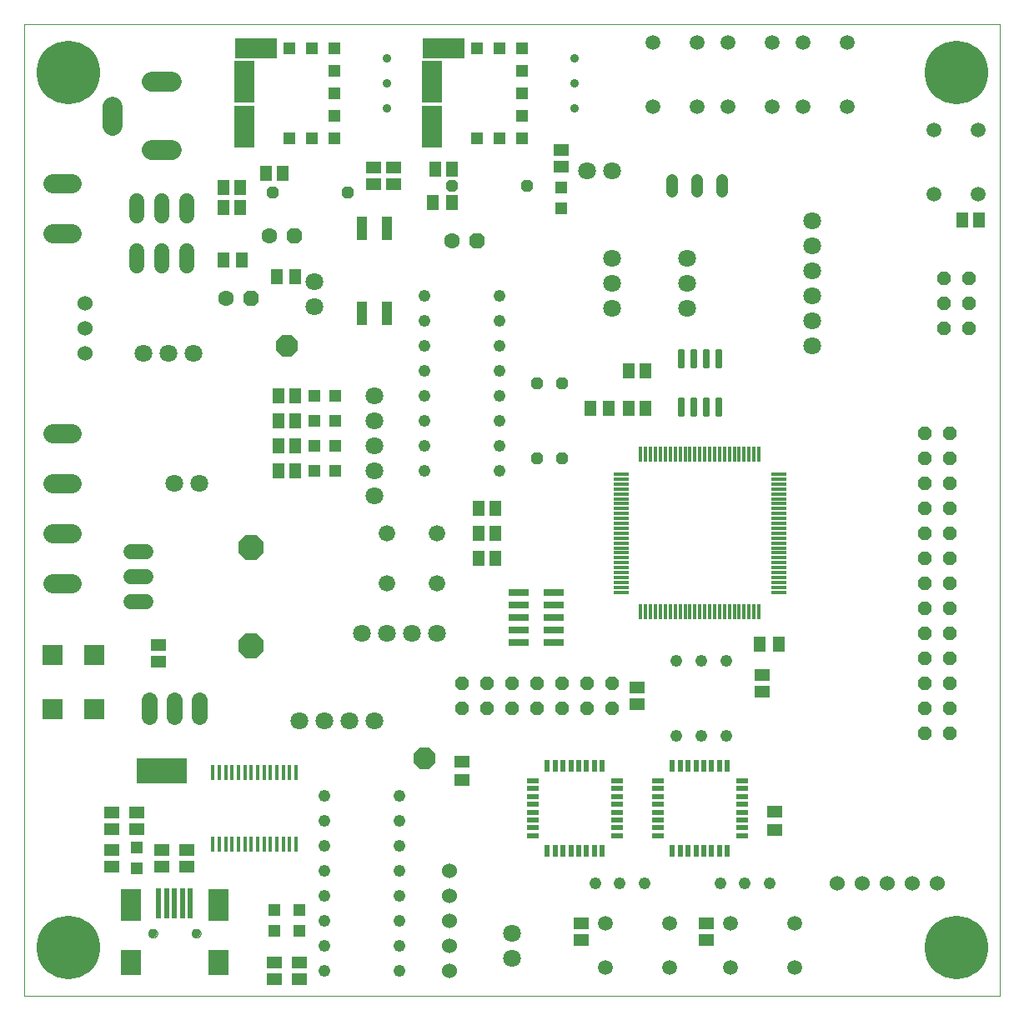
<source format=gts>
G04 EAGLE Gerber X2 export*
%TF.Part,Single*%
%TF.FileFunction,Other,Solder Mask top*%
%TF.FilePolarity,Positive*%
%TF.GenerationSoftware,Autodesk,EAGLE,9.1.1*%
%TF.CreationDate,2018-08-10T13:45:34Z*%
G75*
%MOMM*%
%FSLAX34Y34*%
%LPD*%
%AMOC8*
5,1,8,0,0,1.08239X$1,22.5*%
G01*
%ADD10C,0.000000*%
%ADD11R,1.270000X1.270000*%
%ADD12R,2.030000X4.320000*%
%ADD13R,4.320000X2.030000*%
%ADD14R,1.500000X1.300000*%
%ADD15R,1.300000X1.500000*%
%ADD16C,1.676400*%
%ADD17R,1.200000X1.200000*%
%ADD18R,2.000000X2.500000*%
%ADD19R,2.000000X3.300000*%
%ADD20R,0.500000X3.100000*%
%ADD21C,0.900000*%
%ADD22C,1.800000*%
%ADD23R,0.400000X1.500000*%
%ADD24C,1.219200*%
%ADD25R,2.050000X0.760000*%
%ADD26P,1.319650X8X202.500000*%
%ADD27C,1.524000*%
%ADD28R,0.558800X1.270000*%
%ADD29R,1.270000X0.558800*%
%ADD30P,1.484606X8X202.500000*%
%ADD31C,1.524000*%
%ADD32P,1.319650X8X22.500000*%
%ADD33C,1.500000*%
%ADD34C,1.650000*%
%ADD35P,2.749271X8X292.500000*%
%ADD36C,0.914400*%
%ADD37R,1.130000X2.440000*%
%ADD38C,1.981200*%
%ADD39P,1.484606X8X112.500000*%
%ADD40P,1.484606X8X292.500000*%
%ADD41R,0.350000X1.500000*%
%ADD42R,1.500000X0.350000*%
%ADD43C,0.300000*%
%ADD44C,2.000000*%
%ADD45P,2.336880X8X22.500000*%
%ADD46R,5.080000X2.540000*%
%ADD47P,1.732040X8X22.500000*%
%ADD48C,1.600200*%
%ADD49R,2.100000X2.100000*%
%ADD50C,1.219200*%
%ADD51C,6.451600*%


D10*
X0Y12700D02*
X990400Y12700D01*
X990400Y1000000D01*
X0Y1000000D01*
X0Y12700D01*
D11*
X269200Y883900D03*
D12*
X223500Y895300D03*
X223500Y941100D03*
D13*
X234900Y975400D03*
D11*
X269200Y975400D03*
X315000Y975400D03*
X315000Y929700D03*
X315000Y906800D03*
X315000Y883900D03*
X292100Y883900D03*
X292100Y975400D03*
X315000Y952500D03*
X459700Y883900D03*
D12*
X414000Y895300D03*
X414000Y941100D03*
D13*
X425400Y975400D03*
D11*
X459700Y975400D03*
X505500Y975400D03*
X505500Y929700D03*
X505500Y906800D03*
X505500Y883900D03*
X482600Y883900D03*
X482600Y975400D03*
X505500Y952500D03*
D14*
X374904Y854066D03*
X374904Y837066D03*
D15*
X433950Y852170D03*
X416950Y852170D03*
X201812Y834136D03*
X218812Y834136D03*
X245500Y848614D03*
X262500Y848614D03*
D16*
X419100Y482600D03*
X368300Y482600D03*
X368300Y431800D03*
X419100Y431800D03*
D17*
X114300Y162900D03*
X114300Y141900D03*
D15*
X613800Y647700D03*
X630800Y647700D03*
D14*
X88900Y160900D03*
X88900Y143900D03*
X88900Y182000D03*
X88900Y199000D03*
X114300Y199000D03*
X114300Y182000D03*
X165100Y160900D03*
X165100Y143900D03*
X139700Y160900D03*
X139700Y143900D03*
D15*
X613800Y609600D03*
X630800Y609600D03*
D14*
X254000Y29600D03*
X254000Y46600D03*
X279400Y29600D03*
X279400Y46600D03*
D18*
X196900Y46200D03*
X107900Y46200D03*
D19*
X196900Y105200D03*
X107900Y105200D03*
D20*
X136400Y106200D03*
X144400Y106200D03*
X152400Y106200D03*
X160400Y106200D03*
X168400Y106200D03*
D10*
X125900Y76200D02*
X125902Y76334D01*
X125908Y76468D01*
X125918Y76601D01*
X125932Y76735D01*
X125950Y76868D01*
X125972Y77000D01*
X125997Y77131D01*
X126027Y77262D01*
X126061Y77392D01*
X126098Y77520D01*
X126139Y77648D01*
X126184Y77774D01*
X126233Y77899D01*
X126285Y78022D01*
X126341Y78144D01*
X126401Y78264D01*
X126464Y78382D01*
X126531Y78498D01*
X126601Y78612D01*
X126675Y78724D01*
X126752Y78834D01*
X126832Y78942D01*
X126915Y79047D01*
X127001Y79149D01*
X127090Y79249D01*
X127183Y79346D01*
X127278Y79441D01*
X127376Y79532D01*
X127476Y79621D01*
X127579Y79706D01*
X127685Y79789D01*
X127793Y79868D01*
X127903Y79944D01*
X128016Y80017D01*
X128131Y80086D01*
X128247Y80152D01*
X128366Y80214D01*
X128486Y80273D01*
X128609Y80328D01*
X128732Y80380D01*
X128857Y80427D01*
X128984Y80471D01*
X129112Y80512D01*
X129241Y80548D01*
X129371Y80581D01*
X129502Y80609D01*
X129633Y80634D01*
X129766Y80655D01*
X129899Y80672D01*
X130032Y80685D01*
X130166Y80694D01*
X130300Y80699D01*
X130434Y80700D01*
X130567Y80697D01*
X130701Y80690D01*
X130835Y80679D01*
X130968Y80664D01*
X131101Y80645D01*
X131233Y80622D01*
X131364Y80596D01*
X131494Y80565D01*
X131624Y80530D01*
X131752Y80492D01*
X131879Y80450D01*
X132005Y80404D01*
X132130Y80354D01*
X132253Y80301D01*
X132374Y80244D01*
X132494Y80183D01*
X132611Y80119D01*
X132727Y80052D01*
X132841Y79981D01*
X132952Y79906D01*
X133061Y79829D01*
X133168Y79748D01*
X133273Y79664D01*
X133374Y79577D01*
X133474Y79487D01*
X133570Y79394D01*
X133664Y79298D01*
X133755Y79199D01*
X133842Y79098D01*
X133927Y78994D01*
X134009Y78888D01*
X134087Y78780D01*
X134162Y78669D01*
X134234Y78556D01*
X134303Y78440D01*
X134368Y78323D01*
X134429Y78204D01*
X134487Y78083D01*
X134541Y77961D01*
X134592Y77837D01*
X134639Y77711D01*
X134682Y77584D01*
X134721Y77456D01*
X134757Y77327D01*
X134788Y77197D01*
X134816Y77066D01*
X134840Y76934D01*
X134860Y76801D01*
X134876Y76668D01*
X134888Y76535D01*
X134896Y76401D01*
X134900Y76267D01*
X134900Y76133D01*
X134896Y75999D01*
X134888Y75865D01*
X134876Y75732D01*
X134860Y75599D01*
X134840Y75466D01*
X134816Y75334D01*
X134788Y75203D01*
X134757Y75073D01*
X134721Y74944D01*
X134682Y74816D01*
X134639Y74689D01*
X134592Y74563D01*
X134541Y74439D01*
X134487Y74317D01*
X134429Y74196D01*
X134368Y74077D01*
X134303Y73960D01*
X134234Y73844D01*
X134162Y73731D01*
X134087Y73620D01*
X134009Y73512D01*
X133927Y73406D01*
X133842Y73302D01*
X133755Y73201D01*
X133664Y73102D01*
X133570Y73006D01*
X133474Y72913D01*
X133374Y72823D01*
X133273Y72736D01*
X133168Y72652D01*
X133061Y72571D01*
X132952Y72494D01*
X132841Y72419D01*
X132727Y72348D01*
X132611Y72281D01*
X132494Y72217D01*
X132374Y72156D01*
X132253Y72099D01*
X132130Y72046D01*
X132005Y71996D01*
X131879Y71950D01*
X131752Y71908D01*
X131624Y71870D01*
X131494Y71835D01*
X131364Y71804D01*
X131233Y71778D01*
X131101Y71755D01*
X130968Y71736D01*
X130835Y71721D01*
X130701Y71710D01*
X130567Y71703D01*
X130434Y71700D01*
X130300Y71701D01*
X130166Y71706D01*
X130032Y71715D01*
X129899Y71728D01*
X129766Y71745D01*
X129633Y71766D01*
X129502Y71791D01*
X129371Y71819D01*
X129241Y71852D01*
X129112Y71888D01*
X128984Y71929D01*
X128857Y71973D01*
X128732Y72020D01*
X128609Y72072D01*
X128486Y72127D01*
X128366Y72186D01*
X128247Y72248D01*
X128131Y72314D01*
X128016Y72383D01*
X127903Y72456D01*
X127793Y72532D01*
X127685Y72611D01*
X127579Y72694D01*
X127476Y72779D01*
X127376Y72868D01*
X127278Y72959D01*
X127183Y73054D01*
X127090Y73151D01*
X127001Y73251D01*
X126915Y73353D01*
X126832Y73458D01*
X126752Y73566D01*
X126675Y73676D01*
X126601Y73788D01*
X126531Y73902D01*
X126464Y74018D01*
X126401Y74136D01*
X126341Y74256D01*
X126285Y74378D01*
X126233Y74501D01*
X126184Y74626D01*
X126139Y74752D01*
X126098Y74880D01*
X126061Y75008D01*
X126027Y75138D01*
X125997Y75269D01*
X125972Y75400D01*
X125950Y75532D01*
X125932Y75665D01*
X125918Y75799D01*
X125908Y75932D01*
X125902Y76066D01*
X125900Y76200D01*
D21*
X130400Y76200D03*
D10*
X169900Y76200D02*
X169902Y76334D01*
X169908Y76468D01*
X169918Y76601D01*
X169932Y76735D01*
X169950Y76868D01*
X169972Y77000D01*
X169997Y77131D01*
X170027Y77262D01*
X170061Y77392D01*
X170098Y77520D01*
X170139Y77648D01*
X170184Y77774D01*
X170233Y77899D01*
X170285Y78022D01*
X170341Y78144D01*
X170401Y78264D01*
X170464Y78382D01*
X170531Y78498D01*
X170601Y78612D01*
X170675Y78724D01*
X170752Y78834D01*
X170832Y78942D01*
X170915Y79047D01*
X171001Y79149D01*
X171090Y79249D01*
X171183Y79346D01*
X171278Y79441D01*
X171376Y79532D01*
X171476Y79621D01*
X171579Y79706D01*
X171685Y79789D01*
X171793Y79868D01*
X171903Y79944D01*
X172016Y80017D01*
X172131Y80086D01*
X172247Y80152D01*
X172366Y80214D01*
X172486Y80273D01*
X172609Y80328D01*
X172732Y80380D01*
X172857Y80427D01*
X172984Y80471D01*
X173112Y80512D01*
X173241Y80548D01*
X173371Y80581D01*
X173502Y80609D01*
X173633Y80634D01*
X173766Y80655D01*
X173899Y80672D01*
X174032Y80685D01*
X174166Y80694D01*
X174300Y80699D01*
X174434Y80700D01*
X174567Y80697D01*
X174701Y80690D01*
X174835Y80679D01*
X174968Y80664D01*
X175101Y80645D01*
X175233Y80622D01*
X175364Y80596D01*
X175494Y80565D01*
X175624Y80530D01*
X175752Y80492D01*
X175879Y80450D01*
X176005Y80404D01*
X176130Y80354D01*
X176253Y80301D01*
X176374Y80244D01*
X176494Y80183D01*
X176611Y80119D01*
X176727Y80052D01*
X176841Y79981D01*
X176952Y79906D01*
X177061Y79829D01*
X177168Y79748D01*
X177273Y79664D01*
X177374Y79577D01*
X177474Y79487D01*
X177570Y79394D01*
X177664Y79298D01*
X177755Y79199D01*
X177842Y79098D01*
X177927Y78994D01*
X178009Y78888D01*
X178087Y78780D01*
X178162Y78669D01*
X178234Y78556D01*
X178303Y78440D01*
X178368Y78323D01*
X178429Y78204D01*
X178487Y78083D01*
X178541Y77961D01*
X178592Y77837D01*
X178639Y77711D01*
X178682Y77584D01*
X178721Y77456D01*
X178757Y77327D01*
X178788Y77197D01*
X178816Y77066D01*
X178840Y76934D01*
X178860Y76801D01*
X178876Y76668D01*
X178888Y76535D01*
X178896Y76401D01*
X178900Y76267D01*
X178900Y76133D01*
X178896Y75999D01*
X178888Y75865D01*
X178876Y75732D01*
X178860Y75599D01*
X178840Y75466D01*
X178816Y75334D01*
X178788Y75203D01*
X178757Y75073D01*
X178721Y74944D01*
X178682Y74816D01*
X178639Y74689D01*
X178592Y74563D01*
X178541Y74439D01*
X178487Y74317D01*
X178429Y74196D01*
X178368Y74077D01*
X178303Y73960D01*
X178234Y73844D01*
X178162Y73731D01*
X178087Y73620D01*
X178009Y73512D01*
X177927Y73406D01*
X177842Y73302D01*
X177755Y73201D01*
X177664Y73102D01*
X177570Y73006D01*
X177474Y72913D01*
X177374Y72823D01*
X177273Y72736D01*
X177168Y72652D01*
X177061Y72571D01*
X176952Y72494D01*
X176841Y72419D01*
X176727Y72348D01*
X176611Y72281D01*
X176494Y72217D01*
X176374Y72156D01*
X176253Y72099D01*
X176130Y72046D01*
X176005Y71996D01*
X175879Y71950D01*
X175752Y71908D01*
X175624Y71870D01*
X175494Y71835D01*
X175364Y71804D01*
X175233Y71778D01*
X175101Y71755D01*
X174968Y71736D01*
X174835Y71721D01*
X174701Y71710D01*
X174567Y71703D01*
X174434Y71700D01*
X174300Y71701D01*
X174166Y71706D01*
X174032Y71715D01*
X173899Y71728D01*
X173766Y71745D01*
X173633Y71766D01*
X173502Y71791D01*
X173371Y71819D01*
X173241Y71852D01*
X173112Y71888D01*
X172984Y71929D01*
X172857Y71973D01*
X172732Y72020D01*
X172609Y72072D01*
X172486Y72127D01*
X172366Y72186D01*
X172247Y72248D01*
X172131Y72314D01*
X172016Y72383D01*
X171903Y72456D01*
X171793Y72532D01*
X171685Y72611D01*
X171579Y72694D01*
X171476Y72779D01*
X171376Y72868D01*
X171278Y72959D01*
X171183Y73054D01*
X171090Y73151D01*
X171001Y73251D01*
X170915Y73353D01*
X170832Y73458D01*
X170752Y73566D01*
X170675Y73676D01*
X170601Y73788D01*
X170531Y73902D01*
X170464Y74018D01*
X170401Y74136D01*
X170341Y74256D01*
X170285Y74378D01*
X170233Y74501D01*
X170184Y74626D01*
X170139Y74752D01*
X170098Y74880D01*
X170061Y75008D01*
X170027Y75138D01*
X169997Y75269D01*
X169972Y75400D01*
X169950Y75532D01*
X169932Y75665D01*
X169918Y75799D01*
X169908Y75932D01*
X169902Y76066D01*
X169900Y76200D01*
D21*
X174400Y76200D03*
D22*
X355600Y292100D03*
X330200Y292100D03*
X304800Y292100D03*
X279400Y292100D03*
D23*
X191430Y166950D03*
X197930Y166950D03*
X204430Y166950D03*
X210930Y166950D03*
X217430Y166950D03*
X223930Y166950D03*
X230430Y166950D03*
X236930Y166950D03*
X243430Y166950D03*
X249930Y166950D03*
X256430Y166950D03*
X262930Y166950D03*
X269430Y166950D03*
X275930Y166950D03*
X275930Y239450D03*
X269430Y239450D03*
X262930Y239450D03*
X256430Y239450D03*
X249930Y239450D03*
X243430Y239450D03*
X236930Y239450D03*
X230430Y239450D03*
X223930Y239450D03*
X217430Y239450D03*
X210930Y239450D03*
X204430Y239450D03*
X197930Y239450D03*
X191430Y239450D03*
D24*
X482600Y546100D03*
X482600Y571500D03*
X482600Y698500D03*
X482600Y723900D03*
X482600Y596900D03*
X482600Y622300D03*
X482600Y673100D03*
X482600Y647700D03*
X406400Y723900D03*
X406400Y698500D03*
X406400Y673100D03*
X406400Y647700D03*
X406400Y622300D03*
X406400Y596900D03*
X406400Y571500D03*
X406400Y546100D03*
D15*
X275200Y546100D03*
X258200Y546100D03*
X275200Y571500D03*
X258200Y571500D03*
X275200Y596900D03*
X258200Y596900D03*
X275200Y622300D03*
X258200Y622300D03*
D22*
X355600Y520700D03*
X355600Y546100D03*
X355600Y571500D03*
X355600Y596900D03*
X355600Y622300D03*
D25*
X537484Y371348D03*
X501884Y371348D03*
X537484Y384048D03*
X501884Y384048D03*
X537484Y396748D03*
X501884Y396748D03*
X537484Y409448D03*
X501884Y409448D03*
X537484Y422148D03*
X501884Y422148D03*
D26*
X546100Y635000D03*
X520700Y635000D03*
X546100Y558800D03*
X520700Y558800D03*
D17*
X279400Y78400D03*
X279400Y99400D03*
X254000Y78400D03*
X254000Y99400D03*
D27*
X825500Y127000D03*
X850900Y127000D03*
X876300Y127000D03*
X901700Y127000D03*
X927100Y127000D03*
D14*
X565150Y85970D03*
X565150Y68970D03*
X692150Y85970D03*
X692150Y68970D03*
X135890Y352180D03*
X135890Y369180D03*
D22*
X152400Y533400D03*
X177800Y533400D03*
D28*
X530800Y160274D03*
X538800Y160274D03*
X546800Y160274D03*
X554800Y160274D03*
X562800Y160274D03*
X570800Y160274D03*
X578800Y160274D03*
X586800Y160274D03*
D29*
X601726Y175200D03*
X601726Y183200D03*
X601726Y191200D03*
X601726Y199200D03*
X601726Y207200D03*
X601726Y215200D03*
X601726Y223200D03*
X601726Y231200D03*
D28*
X586800Y246126D03*
X578800Y246126D03*
X570800Y246126D03*
X562800Y246126D03*
X554800Y246126D03*
X546800Y246126D03*
X538800Y246126D03*
X530800Y246126D03*
D29*
X515874Y231200D03*
X515874Y223200D03*
X515874Y215200D03*
X515874Y207200D03*
X515874Y199200D03*
X515874Y191200D03*
X515874Y183200D03*
X515874Y175200D03*
D14*
X444500Y250800D03*
X444500Y231800D03*
D28*
X657800Y160274D03*
X665800Y160274D03*
X673800Y160274D03*
X681800Y160274D03*
X689800Y160274D03*
X697800Y160274D03*
X705800Y160274D03*
X713800Y160274D03*
D29*
X728726Y175200D03*
X728726Y183200D03*
X728726Y191200D03*
X728726Y199200D03*
X728726Y207200D03*
X728726Y215200D03*
X728726Y223200D03*
X728726Y231200D03*
D28*
X713800Y246126D03*
X705800Y246126D03*
X697800Y246126D03*
X689800Y246126D03*
X681800Y246126D03*
X673800Y246126D03*
X665800Y246126D03*
X657800Y246126D03*
D29*
X642874Y231200D03*
X642874Y223200D03*
X642874Y215200D03*
X642874Y207200D03*
X642874Y199200D03*
X642874Y191200D03*
X642874Y183200D03*
X642874Y175200D03*
D14*
X762000Y181000D03*
X762000Y200000D03*
D30*
X596900Y304800D03*
X596900Y330200D03*
X571500Y304800D03*
X571500Y330200D03*
X546100Y304800D03*
X546100Y330200D03*
X520700Y304800D03*
X520700Y330200D03*
X495300Y304800D03*
X495300Y330200D03*
X469900Y304800D03*
X469900Y330200D03*
X444500Y304800D03*
X444500Y330200D03*
D24*
X604520Y127000D03*
X629520Y127000D03*
X579520Y127000D03*
X731520Y127000D03*
X756520Y127000D03*
X706520Y127000D03*
D31*
X114300Y805180D02*
X114300Y820420D01*
X139700Y820420D02*
X139700Y805180D01*
X165100Y805180D02*
X165100Y820420D01*
X123190Y412750D02*
X107950Y412750D01*
X107950Y438150D02*
X123190Y438150D01*
X123190Y463550D02*
X107950Y463550D01*
X114300Y754380D02*
X114300Y769620D01*
X139700Y769620D02*
X139700Y754380D01*
X165100Y754380D02*
X165100Y769620D01*
D15*
X478400Y457200D03*
X461400Y457200D03*
X478400Y482600D03*
X461400Y482600D03*
X478400Y508000D03*
X461400Y508000D03*
D32*
X433832Y835914D03*
X510032Y835914D03*
X252222Y828548D03*
X328422Y828548D03*
D33*
X589800Y86000D03*
X654800Y86000D03*
X589800Y41000D03*
X654800Y41000D03*
X716800Y86000D03*
X781800Y86000D03*
X716800Y41000D03*
X781800Y41000D03*
X968650Y892290D03*
X968650Y827290D03*
X923650Y892290D03*
X923650Y827290D03*
D24*
X381000Y38100D03*
X381000Y63500D03*
X381000Y88900D03*
X381000Y114300D03*
X304800Y114300D03*
X304800Y88900D03*
X304800Y63500D03*
X304800Y38100D03*
X381000Y139700D03*
X381000Y165100D03*
X381000Y190500D03*
X381000Y215900D03*
X304800Y215900D03*
X304800Y190500D03*
X304800Y165100D03*
X304800Y139700D03*
D34*
X177800Y296550D02*
X177800Y313050D01*
X152400Y313050D02*
X152400Y296550D01*
X127000Y296550D02*
X127000Y313050D01*
D35*
X229870Y467868D03*
X229870Y367792D03*
D14*
X354330Y837066D03*
X354330Y854066D03*
D15*
X218812Y813562D03*
X201812Y813562D03*
D36*
X558800Y965200D03*
X558800Y939800D03*
X558800Y914400D03*
X368300Y965200D03*
X368300Y939800D03*
X368300Y914400D03*
D37*
X368300Y792300D03*
X342900Y792300D03*
X342900Y706300D03*
X368300Y706300D03*
D22*
X800100Y800100D03*
X800100Y774700D03*
X800100Y749300D03*
X800100Y723900D03*
X800100Y698500D03*
X800100Y673100D03*
D24*
X661670Y276860D03*
X687070Y276860D03*
X712470Y276860D03*
X712470Y353060D03*
X687070Y353060D03*
X661670Y353060D03*
D17*
X315300Y546100D03*
X294300Y546100D03*
X315300Y571500D03*
X294300Y571500D03*
X315300Y596900D03*
X294300Y596900D03*
X315300Y622300D03*
X294300Y622300D03*
D22*
X120904Y665226D03*
X146304Y665226D03*
X171704Y665226D03*
D38*
X48006Y482346D02*
X28194Y482346D01*
X28194Y432054D02*
X48006Y432054D01*
X48006Y583946D02*
X28194Y583946D01*
X28194Y533654D02*
X48006Y533654D01*
X48006Y837946D02*
X28194Y837946D01*
X28194Y787654D02*
X48006Y787654D01*
D39*
X958850Y690880D03*
X933450Y690880D03*
X958850Y716280D03*
X933450Y716280D03*
X958850Y741680D03*
X933450Y741680D03*
D40*
X939800Y584200D03*
X914400Y584200D03*
X939800Y558800D03*
X914400Y558800D03*
X939800Y533400D03*
X914400Y533400D03*
X939800Y508000D03*
X914400Y508000D03*
X939800Y482600D03*
X914400Y482600D03*
X939800Y457200D03*
X914400Y457200D03*
X939800Y431800D03*
X914400Y431800D03*
X939800Y406400D03*
X914400Y406400D03*
X939800Y381000D03*
X914400Y381000D03*
X939800Y355600D03*
X914400Y355600D03*
X939800Y330200D03*
X914400Y330200D03*
X939800Y304800D03*
X914400Y304800D03*
X939800Y279400D03*
X914400Y279400D03*
D22*
X673100Y711200D03*
X673100Y736600D03*
X673100Y762000D03*
X596900Y711200D03*
X596900Y736600D03*
X596900Y762000D03*
X495300Y50800D03*
X495300Y76200D03*
D27*
X431800Y38100D03*
X431800Y63500D03*
X431800Y88900D03*
X431800Y114300D03*
X431800Y139700D03*
D41*
X625800Y402600D03*
X630800Y402600D03*
X635800Y402600D03*
X640800Y402600D03*
X645800Y402600D03*
X650800Y402600D03*
X655800Y402600D03*
X660800Y402600D03*
X665800Y402600D03*
X670800Y402600D03*
X675800Y402600D03*
X680800Y402600D03*
X685800Y402600D03*
X690800Y402600D03*
X695800Y402600D03*
X700800Y402600D03*
X705800Y402600D03*
X710800Y402600D03*
X715800Y402600D03*
X720800Y402600D03*
X725800Y402600D03*
X730800Y402600D03*
X735800Y402600D03*
X740800Y402600D03*
X745800Y402600D03*
D42*
X765800Y422600D03*
X765800Y427600D03*
X765800Y432600D03*
X765800Y437600D03*
X765800Y442600D03*
X765800Y447600D03*
X765800Y452600D03*
X765800Y457600D03*
X765800Y462600D03*
X765800Y467600D03*
X765800Y472600D03*
X765800Y477600D03*
X765800Y482600D03*
X765800Y487600D03*
X765800Y492600D03*
X765800Y497600D03*
X765800Y502600D03*
X765800Y507600D03*
X765800Y512600D03*
X765800Y517600D03*
X765800Y522600D03*
X765800Y527600D03*
X765800Y532600D03*
X765800Y537600D03*
X765800Y542600D03*
D41*
X745800Y562600D03*
X740800Y562600D03*
X735800Y562600D03*
X730800Y562600D03*
X725800Y562600D03*
X720800Y562600D03*
X715800Y562600D03*
X710800Y562600D03*
X705800Y562600D03*
X700800Y562600D03*
X695800Y562600D03*
X690800Y562600D03*
X685800Y562600D03*
X680800Y562600D03*
X675800Y562600D03*
X670800Y562600D03*
X665800Y562600D03*
X660800Y562600D03*
X655800Y562600D03*
X650800Y562600D03*
X645800Y562600D03*
X640800Y562600D03*
X635800Y562600D03*
X630800Y562600D03*
X625800Y562600D03*
D42*
X605800Y542600D03*
X605800Y537600D03*
X605800Y532600D03*
X605800Y527600D03*
X605800Y522600D03*
X605800Y517600D03*
X605800Y512600D03*
X605800Y507600D03*
X605800Y502600D03*
X605800Y497600D03*
X605800Y492600D03*
X605800Y487600D03*
X605800Y482600D03*
X605800Y477600D03*
X605800Y472600D03*
X605800Y467600D03*
X605800Y462600D03*
X605800Y457600D03*
X605800Y452600D03*
X605800Y447600D03*
X605800Y442600D03*
X605800Y437600D03*
X605800Y432600D03*
X605800Y427600D03*
X605800Y422600D03*
D43*
X668250Y602350D02*
X668250Y618450D01*
X668250Y602350D02*
X665250Y602350D01*
X665250Y618450D01*
X668250Y618450D01*
X668250Y605200D02*
X665250Y605200D01*
X665250Y608050D02*
X668250Y608050D01*
X668250Y610900D02*
X665250Y610900D01*
X665250Y613750D02*
X668250Y613750D01*
X668250Y616600D02*
X665250Y616600D01*
X680950Y618450D02*
X680950Y602350D01*
X677950Y602350D01*
X677950Y618450D01*
X680950Y618450D01*
X680950Y605200D02*
X677950Y605200D01*
X677950Y608050D02*
X680950Y608050D01*
X680950Y610900D02*
X677950Y610900D01*
X677950Y613750D02*
X680950Y613750D01*
X680950Y616600D02*
X677950Y616600D01*
X693650Y618450D02*
X693650Y602350D01*
X690650Y602350D01*
X690650Y618450D01*
X693650Y618450D01*
X693650Y605200D02*
X690650Y605200D01*
X690650Y608050D02*
X693650Y608050D01*
X693650Y610900D02*
X690650Y610900D01*
X690650Y613750D02*
X693650Y613750D01*
X693650Y616600D02*
X690650Y616600D01*
X706350Y618450D02*
X706350Y602350D01*
X703350Y602350D01*
X703350Y618450D01*
X706350Y618450D01*
X706350Y605200D02*
X703350Y605200D01*
X703350Y608050D02*
X706350Y608050D01*
X706350Y610900D02*
X703350Y610900D01*
X703350Y613750D02*
X706350Y613750D01*
X706350Y616600D02*
X703350Y616600D01*
X706350Y651550D02*
X706350Y667650D01*
X706350Y651550D02*
X703350Y651550D01*
X703350Y667650D01*
X706350Y667650D01*
X706350Y654400D02*
X703350Y654400D01*
X703350Y657250D02*
X706350Y657250D01*
X706350Y660100D02*
X703350Y660100D01*
X703350Y662950D02*
X706350Y662950D01*
X706350Y665800D02*
X703350Y665800D01*
X693650Y667650D02*
X693650Y651550D01*
X690650Y651550D01*
X690650Y667650D01*
X693650Y667650D01*
X693650Y654400D02*
X690650Y654400D01*
X690650Y657250D02*
X693650Y657250D01*
X693650Y660100D02*
X690650Y660100D01*
X690650Y662950D02*
X693650Y662950D01*
X693650Y665800D02*
X690650Y665800D01*
X680950Y667650D02*
X680950Y651550D01*
X677950Y651550D01*
X677950Y667650D01*
X680950Y667650D01*
X680950Y654400D02*
X677950Y654400D01*
X677950Y657250D02*
X680950Y657250D01*
X680950Y660100D02*
X677950Y660100D01*
X677950Y662950D02*
X680950Y662950D01*
X680950Y665800D02*
X677950Y665800D01*
X668250Y667650D02*
X668250Y651550D01*
X665250Y651550D01*
X665250Y667650D01*
X668250Y667650D01*
X668250Y654400D02*
X665250Y654400D01*
X665250Y657250D02*
X668250Y657250D01*
X668250Y660100D02*
X665250Y660100D01*
X665250Y662950D02*
X668250Y662950D01*
X668250Y665800D02*
X665250Y665800D01*
D22*
X294386Y737870D03*
X294386Y712470D03*
X596900Y850900D03*
X571500Y850900D03*
D15*
X968874Y800608D03*
X951874Y800608D03*
D10*
X149700Y936700D02*
X149840Y936702D01*
X149980Y936708D01*
X150120Y936718D01*
X150260Y936731D01*
X150399Y936749D01*
X150538Y936771D01*
X150675Y936796D01*
X150813Y936825D01*
X150949Y936858D01*
X151084Y936895D01*
X151218Y936936D01*
X151351Y936981D01*
X151483Y937029D01*
X151613Y937081D01*
X151742Y937136D01*
X151869Y937195D01*
X151995Y937258D01*
X152119Y937324D01*
X152240Y937393D01*
X152360Y937466D01*
X152478Y937543D01*
X152593Y937622D01*
X152707Y937705D01*
X152817Y937791D01*
X152926Y937880D01*
X153032Y937972D01*
X153135Y938067D01*
X153236Y938164D01*
X153333Y938265D01*
X153428Y938368D01*
X153520Y938474D01*
X153609Y938583D01*
X153695Y938693D01*
X153778Y938807D01*
X153857Y938922D01*
X153934Y939040D01*
X154007Y939160D01*
X154076Y939281D01*
X154142Y939405D01*
X154205Y939531D01*
X154264Y939658D01*
X154319Y939787D01*
X154371Y939917D01*
X154419Y940049D01*
X154464Y940182D01*
X154505Y940316D01*
X154542Y940451D01*
X154575Y940587D01*
X154604Y940725D01*
X154629Y940862D01*
X154651Y941001D01*
X154669Y941140D01*
X154682Y941280D01*
X154692Y941420D01*
X154698Y941560D01*
X154700Y941700D01*
X154698Y941840D01*
X154692Y941980D01*
X154682Y942120D01*
X154669Y942260D01*
X154651Y942399D01*
X154629Y942538D01*
X154604Y942675D01*
X154575Y942813D01*
X154542Y942949D01*
X154505Y943084D01*
X154464Y943218D01*
X154419Y943351D01*
X154371Y943483D01*
X154319Y943613D01*
X154264Y943742D01*
X154205Y943869D01*
X154142Y943995D01*
X154076Y944119D01*
X154007Y944240D01*
X153934Y944360D01*
X153857Y944478D01*
X153778Y944593D01*
X153695Y944707D01*
X153609Y944817D01*
X153520Y944926D01*
X153428Y945032D01*
X153333Y945135D01*
X153236Y945236D01*
X153135Y945333D01*
X153032Y945428D01*
X152926Y945520D01*
X152817Y945609D01*
X152707Y945695D01*
X152593Y945778D01*
X152478Y945857D01*
X152360Y945934D01*
X152240Y946007D01*
X152119Y946076D01*
X151995Y946142D01*
X151869Y946205D01*
X151742Y946264D01*
X151613Y946319D01*
X151483Y946371D01*
X151351Y946419D01*
X151218Y946464D01*
X151084Y946505D01*
X150949Y946542D01*
X150813Y946575D01*
X150675Y946604D01*
X150538Y946629D01*
X150399Y946651D01*
X150260Y946669D01*
X150120Y946682D01*
X149980Y946692D01*
X149840Y946698D01*
X149700Y946700D01*
X129700Y946700D02*
X129560Y946698D01*
X129420Y946692D01*
X129280Y946682D01*
X129140Y946669D01*
X129001Y946651D01*
X128862Y946629D01*
X128725Y946604D01*
X128587Y946575D01*
X128451Y946542D01*
X128316Y946505D01*
X128182Y946464D01*
X128049Y946419D01*
X127917Y946371D01*
X127787Y946319D01*
X127658Y946264D01*
X127531Y946205D01*
X127405Y946142D01*
X127281Y946076D01*
X127160Y946007D01*
X127040Y945934D01*
X126922Y945857D01*
X126807Y945778D01*
X126693Y945695D01*
X126583Y945609D01*
X126474Y945520D01*
X126368Y945428D01*
X126265Y945333D01*
X126164Y945236D01*
X126067Y945135D01*
X125972Y945032D01*
X125880Y944926D01*
X125791Y944817D01*
X125705Y944707D01*
X125622Y944593D01*
X125543Y944478D01*
X125466Y944360D01*
X125393Y944240D01*
X125324Y944119D01*
X125258Y943995D01*
X125195Y943869D01*
X125136Y943742D01*
X125081Y943613D01*
X125029Y943483D01*
X124981Y943351D01*
X124936Y943218D01*
X124895Y943084D01*
X124858Y942949D01*
X124825Y942813D01*
X124796Y942675D01*
X124771Y942538D01*
X124749Y942399D01*
X124731Y942260D01*
X124718Y942120D01*
X124708Y941980D01*
X124702Y941840D01*
X124700Y941700D01*
X124702Y941560D01*
X124708Y941420D01*
X124718Y941280D01*
X124731Y941140D01*
X124749Y941001D01*
X124771Y940862D01*
X124796Y940725D01*
X124825Y940587D01*
X124858Y940451D01*
X124895Y940316D01*
X124936Y940182D01*
X124981Y940049D01*
X125029Y939917D01*
X125081Y939787D01*
X125136Y939658D01*
X125195Y939531D01*
X125258Y939405D01*
X125324Y939281D01*
X125393Y939160D01*
X125466Y939040D01*
X125543Y938922D01*
X125622Y938807D01*
X125705Y938693D01*
X125791Y938583D01*
X125880Y938474D01*
X125972Y938368D01*
X126067Y938265D01*
X126164Y938164D01*
X126265Y938067D01*
X126368Y937972D01*
X126474Y937880D01*
X126583Y937791D01*
X126693Y937705D01*
X126807Y937622D01*
X126922Y937543D01*
X127040Y937466D01*
X127160Y937393D01*
X127281Y937324D01*
X127405Y937258D01*
X127531Y937195D01*
X127658Y937136D01*
X127787Y937081D01*
X127917Y937029D01*
X128049Y936981D01*
X128182Y936936D01*
X128316Y936895D01*
X128451Y936858D01*
X128587Y936825D01*
X128725Y936796D01*
X128862Y936771D01*
X129001Y936749D01*
X129140Y936731D01*
X129280Y936718D01*
X129420Y936708D01*
X129560Y936702D01*
X129700Y936700D01*
X149700Y936700D01*
X149700Y946700D02*
X129700Y946700D01*
X94700Y894700D02*
X94698Y894560D01*
X94692Y894420D01*
X94682Y894280D01*
X94669Y894140D01*
X94651Y894001D01*
X94629Y893862D01*
X94604Y893725D01*
X94575Y893587D01*
X94542Y893451D01*
X94505Y893316D01*
X94464Y893182D01*
X94419Y893049D01*
X94371Y892917D01*
X94319Y892787D01*
X94264Y892658D01*
X94205Y892531D01*
X94142Y892405D01*
X94076Y892281D01*
X94007Y892160D01*
X93934Y892040D01*
X93857Y891922D01*
X93778Y891807D01*
X93695Y891693D01*
X93609Y891583D01*
X93520Y891474D01*
X93428Y891368D01*
X93333Y891265D01*
X93236Y891164D01*
X93135Y891067D01*
X93032Y890972D01*
X92926Y890880D01*
X92817Y890791D01*
X92707Y890705D01*
X92593Y890622D01*
X92478Y890543D01*
X92360Y890466D01*
X92240Y890393D01*
X92119Y890324D01*
X91995Y890258D01*
X91869Y890195D01*
X91742Y890136D01*
X91613Y890081D01*
X91483Y890029D01*
X91351Y889981D01*
X91218Y889936D01*
X91084Y889895D01*
X90949Y889858D01*
X90813Y889825D01*
X90675Y889796D01*
X90538Y889771D01*
X90399Y889749D01*
X90260Y889731D01*
X90120Y889718D01*
X89980Y889708D01*
X89840Y889702D01*
X89700Y889700D01*
X89560Y889702D01*
X89420Y889708D01*
X89280Y889718D01*
X89140Y889731D01*
X89001Y889749D01*
X88862Y889771D01*
X88725Y889796D01*
X88587Y889825D01*
X88451Y889858D01*
X88316Y889895D01*
X88182Y889936D01*
X88049Y889981D01*
X87917Y890029D01*
X87787Y890081D01*
X87658Y890136D01*
X87531Y890195D01*
X87405Y890258D01*
X87281Y890324D01*
X87160Y890393D01*
X87040Y890466D01*
X86922Y890543D01*
X86807Y890622D01*
X86693Y890705D01*
X86583Y890791D01*
X86474Y890880D01*
X86368Y890972D01*
X86265Y891067D01*
X86164Y891164D01*
X86067Y891265D01*
X85972Y891368D01*
X85880Y891474D01*
X85791Y891583D01*
X85705Y891693D01*
X85622Y891807D01*
X85543Y891922D01*
X85466Y892040D01*
X85393Y892160D01*
X85324Y892281D01*
X85258Y892405D01*
X85195Y892531D01*
X85136Y892658D01*
X85081Y892787D01*
X85029Y892917D01*
X84981Y893049D01*
X84936Y893182D01*
X84895Y893316D01*
X84858Y893451D01*
X84825Y893587D01*
X84796Y893725D01*
X84771Y893862D01*
X84749Y894001D01*
X84731Y894140D01*
X84718Y894280D01*
X84708Y894420D01*
X84702Y894560D01*
X84700Y894700D01*
X84700Y917700D02*
X84702Y917840D01*
X84708Y917980D01*
X84718Y918120D01*
X84731Y918260D01*
X84749Y918399D01*
X84771Y918538D01*
X84796Y918675D01*
X84825Y918813D01*
X84858Y918949D01*
X84895Y919084D01*
X84936Y919218D01*
X84981Y919351D01*
X85029Y919483D01*
X85081Y919613D01*
X85136Y919742D01*
X85195Y919869D01*
X85258Y919995D01*
X85324Y920119D01*
X85393Y920240D01*
X85466Y920360D01*
X85543Y920478D01*
X85622Y920593D01*
X85705Y920707D01*
X85791Y920817D01*
X85880Y920926D01*
X85972Y921032D01*
X86067Y921135D01*
X86164Y921236D01*
X86265Y921333D01*
X86368Y921428D01*
X86474Y921520D01*
X86583Y921609D01*
X86693Y921695D01*
X86807Y921778D01*
X86922Y921857D01*
X87040Y921934D01*
X87160Y922007D01*
X87281Y922076D01*
X87405Y922142D01*
X87531Y922205D01*
X87658Y922264D01*
X87787Y922319D01*
X87917Y922371D01*
X88049Y922419D01*
X88182Y922464D01*
X88316Y922505D01*
X88451Y922542D01*
X88587Y922575D01*
X88725Y922604D01*
X88862Y922629D01*
X89001Y922651D01*
X89140Y922669D01*
X89280Y922682D01*
X89420Y922692D01*
X89560Y922698D01*
X89700Y922700D01*
X89840Y922698D01*
X89980Y922692D01*
X90120Y922682D01*
X90260Y922669D01*
X90399Y922651D01*
X90538Y922629D01*
X90675Y922604D01*
X90813Y922575D01*
X90949Y922542D01*
X91084Y922505D01*
X91218Y922464D01*
X91351Y922419D01*
X91483Y922371D01*
X91613Y922319D01*
X91742Y922264D01*
X91869Y922205D01*
X91995Y922142D01*
X92119Y922076D01*
X92240Y922007D01*
X92360Y921934D01*
X92478Y921857D01*
X92593Y921778D01*
X92707Y921695D01*
X92817Y921609D01*
X92926Y921520D01*
X93032Y921428D01*
X93135Y921333D01*
X93236Y921236D01*
X93333Y921135D01*
X93428Y921032D01*
X93520Y920926D01*
X93609Y920817D01*
X93695Y920707D01*
X93778Y920593D01*
X93857Y920478D01*
X93934Y920360D01*
X94007Y920240D01*
X94076Y920119D01*
X94142Y919995D01*
X94205Y919869D01*
X94264Y919742D01*
X94319Y919613D01*
X94371Y919483D01*
X94419Y919351D01*
X94464Y919218D01*
X94505Y919084D01*
X94542Y918949D01*
X94575Y918813D01*
X94604Y918675D01*
X94629Y918538D01*
X94651Y918399D01*
X94669Y918260D01*
X94682Y918120D01*
X94692Y917980D01*
X94698Y917840D01*
X94700Y917700D01*
X84700Y917700D02*
X84700Y894700D01*
X94700Y894700D02*
X94700Y917700D01*
X150700Y876700D02*
X150840Y876698D01*
X150980Y876692D01*
X151120Y876682D01*
X151260Y876669D01*
X151399Y876651D01*
X151538Y876629D01*
X151675Y876604D01*
X151813Y876575D01*
X151949Y876542D01*
X152084Y876505D01*
X152218Y876464D01*
X152351Y876419D01*
X152483Y876371D01*
X152613Y876319D01*
X152742Y876264D01*
X152869Y876205D01*
X152995Y876142D01*
X153119Y876076D01*
X153240Y876007D01*
X153360Y875934D01*
X153478Y875857D01*
X153593Y875778D01*
X153707Y875695D01*
X153817Y875609D01*
X153926Y875520D01*
X154032Y875428D01*
X154135Y875333D01*
X154236Y875236D01*
X154333Y875135D01*
X154428Y875032D01*
X154520Y874926D01*
X154609Y874817D01*
X154695Y874707D01*
X154778Y874593D01*
X154857Y874478D01*
X154934Y874360D01*
X155007Y874240D01*
X155076Y874119D01*
X155142Y873995D01*
X155205Y873869D01*
X155264Y873742D01*
X155319Y873613D01*
X155371Y873483D01*
X155419Y873351D01*
X155464Y873218D01*
X155505Y873084D01*
X155542Y872949D01*
X155575Y872813D01*
X155604Y872675D01*
X155629Y872538D01*
X155651Y872399D01*
X155669Y872260D01*
X155682Y872120D01*
X155692Y871980D01*
X155698Y871840D01*
X155700Y871700D01*
X155698Y871560D01*
X155692Y871420D01*
X155682Y871280D01*
X155669Y871140D01*
X155651Y871001D01*
X155629Y870862D01*
X155604Y870725D01*
X155575Y870587D01*
X155542Y870451D01*
X155505Y870316D01*
X155464Y870182D01*
X155419Y870049D01*
X155371Y869917D01*
X155319Y869787D01*
X155264Y869658D01*
X155205Y869531D01*
X155142Y869405D01*
X155076Y869281D01*
X155007Y869160D01*
X154934Y869040D01*
X154857Y868922D01*
X154778Y868807D01*
X154695Y868693D01*
X154609Y868583D01*
X154520Y868474D01*
X154428Y868368D01*
X154333Y868265D01*
X154236Y868164D01*
X154135Y868067D01*
X154032Y867972D01*
X153926Y867880D01*
X153817Y867791D01*
X153707Y867705D01*
X153593Y867622D01*
X153478Y867543D01*
X153360Y867466D01*
X153240Y867393D01*
X153119Y867324D01*
X152995Y867258D01*
X152869Y867195D01*
X152742Y867136D01*
X152613Y867081D01*
X152483Y867029D01*
X152351Y866981D01*
X152218Y866936D01*
X152084Y866895D01*
X151949Y866858D01*
X151813Y866825D01*
X151675Y866796D01*
X151538Y866771D01*
X151399Y866749D01*
X151260Y866731D01*
X151120Y866718D01*
X150980Y866708D01*
X150840Y866702D01*
X150700Y866700D01*
X128700Y866700D02*
X128560Y866702D01*
X128420Y866708D01*
X128280Y866718D01*
X128140Y866731D01*
X128001Y866749D01*
X127862Y866771D01*
X127725Y866796D01*
X127587Y866825D01*
X127451Y866858D01*
X127316Y866895D01*
X127182Y866936D01*
X127049Y866981D01*
X126917Y867029D01*
X126787Y867081D01*
X126658Y867136D01*
X126531Y867195D01*
X126405Y867258D01*
X126281Y867324D01*
X126160Y867393D01*
X126040Y867466D01*
X125922Y867543D01*
X125807Y867622D01*
X125693Y867705D01*
X125583Y867791D01*
X125474Y867880D01*
X125368Y867972D01*
X125265Y868067D01*
X125164Y868164D01*
X125067Y868265D01*
X124972Y868368D01*
X124880Y868474D01*
X124791Y868583D01*
X124705Y868693D01*
X124622Y868807D01*
X124543Y868922D01*
X124466Y869040D01*
X124393Y869160D01*
X124324Y869281D01*
X124258Y869405D01*
X124195Y869531D01*
X124136Y869658D01*
X124081Y869787D01*
X124029Y869917D01*
X123981Y870049D01*
X123936Y870182D01*
X123895Y870316D01*
X123858Y870451D01*
X123825Y870587D01*
X123796Y870725D01*
X123771Y870862D01*
X123749Y871001D01*
X123731Y871140D01*
X123718Y871280D01*
X123708Y871420D01*
X123702Y871560D01*
X123700Y871700D01*
X123702Y871840D01*
X123708Y871980D01*
X123718Y872120D01*
X123731Y872260D01*
X123749Y872399D01*
X123771Y872538D01*
X123796Y872675D01*
X123825Y872813D01*
X123858Y872949D01*
X123895Y873084D01*
X123936Y873218D01*
X123981Y873351D01*
X124029Y873483D01*
X124081Y873613D01*
X124136Y873742D01*
X124195Y873869D01*
X124258Y873995D01*
X124324Y874119D01*
X124393Y874240D01*
X124466Y874360D01*
X124543Y874478D01*
X124622Y874593D01*
X124705Y874707D01*
X124791Y874817D01*
X124880Y874926D01*
X124972Y875032D01*
X125067Y875135D01*
X125164Y875236D01*
X125265Y875333D01*
X125368Y875428D01*
X125474Y875520D01*
X125583Y875609D01*
X125693Y875695D01*
X125807Y875778D01*
X125922Y875857D01*
X126040Y875934D01*
X126160Y876007D01*
X126281Y876076D01*
X126405Y876142D01*
X126531Y876205D01*
X126658Y876264D01*
X126787Y876319D01*
X126917Y876371D01*
X127049Y876419D01*
X127182Y876464D01*
X127316Y876505D01*
X127451Y876542D01*
X127587Y876575D01*
X127725Y876604D01*
X127862Y876629D01*
X128001Y876651D01*
X128140Y876669D01*
X128280Y876682D01*
X128420Y876692D01*
X128560Y876698D01*
X128700Y876700D01*
X150700Y876700D01*
X150700Y866700D02*
X128700Y866700D01*
D44*
X129700Y941700D02*
X149700Y941700D01*
X149700Y871700D02*
X129700Y871700D01*
X89700Y896200D02*
X89700Y916200D01*
D15*
X746658Y370078D03*
X765658Y370078D03*
D33*
X790300Y916190D03*
X790300Y981190D03*
X835300Y916190D03*
X835300Y981190D03*
X714100Y916190D03*
X714100Y981190D03*
X759100Y916190D03*
X759100Y981190D03*
X637900Y916190D03*
X637900Y981190D03*
X682900Y916190D03*
X682900Y981190D03*
D45*
X406400Y254000D03*
D46*
X139700Y241300D03*
D45*
X266700Y673100D03*
D22*
X419100Y381000D03*
X393700Y381000D03*
X368300Y381000D03*
X342900Y381000D03*
D14*
X749300Y321700D03*
X749300Y338700D03*
X622300Y309000D03*
X622300Y326000D03*
D15*
X593700Y609600D03*
X574700Y609600D03*
D17*
X545084Y833460D03*
X545084Y812460D03*
D14*
X545084Y872354D03*
X545084Y855354D03*
D47*
X229870Y721614D03*
D48*
X204470Y721614D03*
D15*
X201828Y760476D03*
X220828Y760476D03*
D47*
X459486Y779272D03*
D48*
X434086Y779272D03*
D15*
X433934Y818642D03*
X414934Y818642D03*
D47*
X274066Y784860D03*
D48*
X248666Y784860D03*
D15*
X255930Y743204D03*
X274930Y743204D03*
D27*
X61722Y664972D03*
X61722Y690372D03*
X61722Y715772D03*
D49*
X70784Y358462D03*
X28784Y358462D03*
X28784Y303462D03*
X70784Y303462D03*
D50*
X657606Y829564D02*
X657606Y841756D01*
X683006Y841756D02*
X683006Y829564D01*
X708406Y829564D02*
X708406Y841756D01*
D51*
X44864Y61331D03*
X44864Y950331D03*
X946564Y61331D03*
X946564Y950331D03*
M02*

</source>
